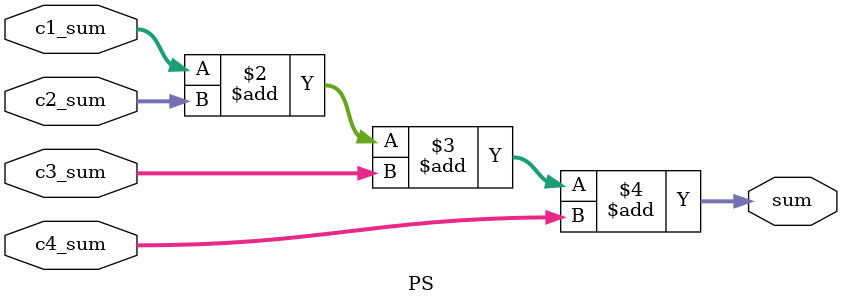
<source format=v>
module PS(
    input signed[28:0]c1_sum,c2_sum,c3_sum,c4_sum,
    output reg signed[35:0]sum
);
    always @(*) begin
            sum <= c1_sum + c2_sum + c3_sum + c4_sum;
    end
endmodule
</source>
